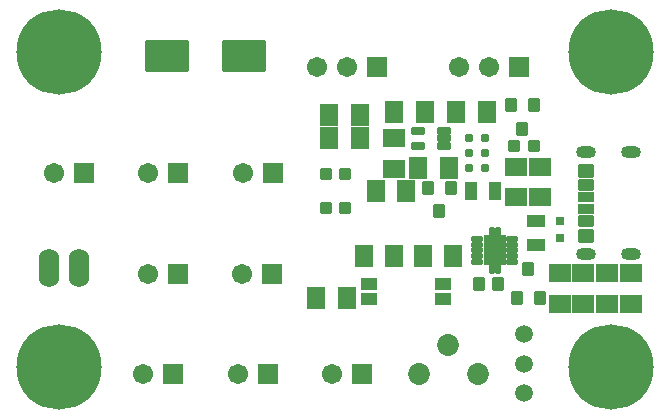
<source format=gbr>
%TF.GenerationSoftware,KiCad,Pcbnew,7.0.1*%
%TF.CreationDate,2023-03-31T01:00:54+09:00*%
%TF.ProjectId,USB_JST-XH_Converter,5553425f-4a53-4542-9d58-485f436f6e76,rev?*%
%TF.SameCoordinates,Original*%
%TF.FileFunction,Soldermask,Top*%
%TF.FilePolarity,Negative*%
%FSLAX46Y46*%
G04 Gerber Fmt 4.6, Leading zero omitted, Abs format (unit mm)*
G04 Created by KiCad (PCBNEW 7.0.1) date 2023-03-31 01:00:54*
%MOMM*%
%LPD*%
G01*
G04 APERTURE LIST*
G04 Aperture macros list*
%AMRoundRect*
0 Rectangle with rounded corners*
0 $1 Rounding radius*
0 $2 $3 $4 $5 $6 $7 $8 $9 X,Y pos of 4 corners*
0 Add a 4 corners polygon primitive as box body*
4,1,4,$2,$3,$4,$5,$6,$7,$8,$9,$2,$3,0*
0 Add four circle primitives for the rounded corners*
1,1,$1+$1,$2,$3*
1,1,$1+$1,$4,$5*
1,1,$1+$1,$6,$7*
1,1,$1+$1,$8,$9*
0 Add four rect primitives between the rounded corners*
20,1,$1+$1,$2,$3,$4,$5,0*
20,1,$1+$1,$4,$5,$6,$7,0*
20,1,$1+$1,$6,$7,$8,$9,0*
20,1,$1+$1,$8,$9,$2,$3,0*%
G04 Aperture macros list end*
%ADD10RoundRect,0.101600X-0.754000X-0.754000X0.754000X-0.754000X0.754000X0.754000X-0.754000X0.754000X0*%
%ADD11C,1.711200*%
%ADD12C,1.511200*%
%ADD13RoundRect,0.101600X-0.400000X0.400000X-0.400000X-0.400000X0.400000X-0.400000X0.400000X0.400000X0*%
%ADD14RoundRect,0.101600X-0.700000X-0.825000X0.700000X-0.825000X0.700000X0.825000X-0.700000X0.825000X0*%
%ADD15C,3.200000*%
%ADD16C,7.213600*%
%ADD17RoundRect,0.101600X0.825000X-0.700000X0.825000X0.700000X-0.825000X0.700000X-0.825000X-0.700000X0*%
%ADD18RoundRect,0.101600X-0.400000X-0.700000X0.400000X-0.700000X0.400000X0.700000X-0.400000X0.700000X0*%
%ADD19RoundRect,0.101600X-0.700000X0.400000X-0.700000X-0.400000X0.700000X-0.400000X0.700000X0.400000X0*%
%ADD20RoundRect,0.101600X-0.825000X0.700000X-0.825000X-0.700000X0.825000X-0.700000X0.825000X0.700000X0*%
%ADD21RoundRect,0.101600X0.700000X0.825000X-0.700000X0.825000X-0.700000X-0.825000X0.700000X-0.825000X0*%
%ADD22RoundRect,0.101600X-0.600000X-0.400000X0.600000X-0.400000X0.600000X0.400000X-0.600000X0.400000X0*%
%ADD23C,1.853200*%
%ADD24O,1.727200X3.251200*%
%ADD25RoundRect,0.101600X0.400000X-0.500000X0.400000X0.500000X-0.400000X0.500000X-0.400000X-0.500000X0*%
%ADD26RoundRect,0.101600X-0.250000X0.265000X-0.250000X-0.265000X0.250000X-0.265000X0.250000X0.265000X0*%
%ADD27RoundRect,0.101600X-0.240000X-0.200000X0.240000X-0.200000X0.240000X0.200000X-0.240000X0.200000X0*%
%ADD28RoundRect,0.101600X-0.475000X0.225000X-0.475000X-0.225000X0.475000X-0.225000X0.475000X0.225000X0*%
%ADD29RoundRect,0.101600X0.400000X0.500000X-0.400000X0.500000X-0.400000X-0.500000X0.400000X-0.500000X0*%
%ADD30RoundRect,0.101600X-1.750000X-1.250000X1.750000X-1.250000X1.750000X1.250000X-1.750000X1.250000X0*%
%ADD31RoundRect,0.101600X0.425000X0.140000X-0.425000X0.140000X-0.425000X-0.140000X0.425000X-0.140000X0*%
%ADD32RoundRect,0.101600X0.825000X1.200000X-0.825000X1.200000X-0.825000X-1.200000X0.825000X-1.200000X0*%
%ADD33RoundRect,0.101600X0.140000X0.350000X-0.140000X0.350000X-0.140000X-0.350000X0.140000X-0.350000X0*%
%ADD34RoundRect,0.101600X0.575000X0.350000X-0.575000X0.350000X-0.575000X-0.350000X0.575000X-0.350000X0*%
%ADD35RoundRect,0.101600X0.575000X0.400000X-0.575000X0.400000X-0.575000X-0.400000X0.575000X-0.400000X0*%
%ADD36RoundRect,0.101600X0.575000X0.450000X-0.575000X0.450000X-0.575000X-0.450000X0.575000X-0.450000X0*%
%ADD37O,1.700000X1.000000*%
%ADD38RoundRect,0.101600X0.400000X-0.400000X0.400000X0.400000X-0.400000X0.400000X-0.400000X-0.400000X0*%
G04 APERTURE END LIST*
D10*
%TO.C,PORT2*%
X135231100Y-101854000D03*
D11*
X132691100Y-101854000D03*
%TD*%
D10*
%TO.C,PORT3*%
X143256000Y-101854000D03*
D11*
X140716000Y-101854000D03*
%TD*%
D10*
%TO.C,PORT4*%
X135241100Y-110418600D03*
D11*
X132701100Y-110418600D03*
%TD*%
D10*
%TO.C,PORT5*%
X143231100Y-110448600D03*
D11*
X140691100Y-110448600D03*
%TD*%
D12*
%TO.C,SW1*%
X164571100Y-118018600D03*
X164571100Y-120518600D03*
X164571100Y-115518600D03*
%TD*%
D13*
%TO.C,SW2*%
X149421100Y-101928600D03*
X147771100Y-101928600D03*
%TD*%
D14*
%TO.C,R2*%
X148071100Y-96928600D03*
X150671100Y-96928600D03*
%TD*%
D15*
%TO.C,H1*%
X125131100Y-91628600D03*
D16*
X125131100Y-91628600D03*
%TD*%
D15*
%TO.C,H2*%
X125131100Y-118328600D03*
D16*
X125131100Y-118328600D03*
%TD*%
D15*
%TO.C,H3*%
X171871100Y-91628600D03*
D16*
X171871100Y-91628600D03*
%TD*%
D17*
%TO.C,R3*%
X163825000Y-103928600D03*
X163825000Y-101328600D03*
%TD*%
%TO.C,R4*%
X165875000Y-103928600D03*
X165875000Y-101328600D03*
%TD*%
D10*
%TO.C,SWITCH*%
X134841100Y-118928600D03*
D11*
X132301100Y-118928600D03*
%TD*%
D10*
%TO.C,CTRL*%
X142841100Y-118928600D03*
D11*
X140301100Y-118928600D03*
%TD*%
D10*
%TO.C,CTRLSP*%
X150841100Y-118928600D03*
D11*
X148301100Y-118928600D03*
%TD*%
D18*
%TO.C,C1*%
X160071100Y-103428600D03*
X162071100Y-103428600D03*
%TD*%
D19*
%TO.C,C2*%
X165571100Y-105928600D03*
X165571100Y-107928600D03*
%TD*%
D17*
%TO.C,R6*%
X173575000Y-112950000D03*
X173575000Y-110350000D03*
%TD*%
%TO.C,R7*%
X167571100Y-112928600D03*
X167571100Y-110328600D03*
%TD*%
D20*
%TO.C,R8*%
X153571100Y-98928600D03*
X153571100Y-101528600D03*
%TD*%
D14*
%TO.C,R9*%
X153571100Y-96728600D03*
X156171100Y-96728600D03*
%TD*%
D21*
%TO.C,R12*%
X153571100Y-108928600D03*
X150971100Y-108928600D03*
%TD*%
%TO.C,R13*%
X158571100Y-108928600D03*
X155971100Y-108928600D03*
%TD*%
D22*
%TO.C,U2*%
X151421100Y-111293600D03*
X151421100Y-112563600D03*
X157721100Y-112563600D03*
X157721100Y-111293600D03*
%TD*%
D23*
%TO.C,TP1*%
X158121100Y-116428600D03*
X155621100Y-118928600D03*
X160621100Y-118928600D03*
%TD*%
D21*
%TO.C,R5*%
X149571100Y-112428600D03*
X146971100Y-112428600D03*
%TD*%
D17*
%TO.C,R14*%
X169571100Y-112928600D03*
X169571100Y-110328600D03*
%TD*%
D24*
%TO.C,JP1*%
X126841100Y-109928600D03*
X124301100Y-109928600D03*
%TD*%
D25*
%TO.C,TR1*%
X163971100Y-112428600D03*
X164921100Y-110028600D03*
X165871100Y-112428600D03*
%TD*%
D26*
%TO.C,D2*%
X167571100Y-107363600D03*
X167571100Y-105893600D03*
%TD*%
D27*
%TO.C,D1*%
X161231100Y-101428600D03*
X159911100Y-101428600D03*
%TD*%
%TO.C,D3*%
X161210000Y-100175000D03*
X159890000Y-100175000D03*
%TD*%
%TO.C,D4*%
X161231100Y-98900000D03*
X159911100Y-98900000D03*
%TD*%
D28*
%TO.C,COMP1*%
X157771100Y-98278600D03*
X155571100Y-98278600D03*
X157771100Y-99578600D03*
X155571100Y-99578600D03*
X157771100Y-98928600D03*
%TD*%
D13*
%TO.C,POW1*%
X149421100Y-104800000D03*
X147771100Y-104800000D03*
%TD*%
D14*
%TO.C,R1*%
X148071100Y-98928600D03*
X150671100Y-98928600D03*
%TD*%
D10*
%TO.C,POWER*%
X152111100Y-92928600D03*
D11*
X149571100Y-92928600D03*
X147031100Y-92928600D03*
%TD*%
D29*
%TO.C,C3*%
X162371100Y-111228600D03*
X160771100Y-111228600D03*
%TD*%
D30*
%TO.C,C4*%
X134321100Y-91928600D03*
X140821100Y-91928600D03*
%TD*%
D31*
%TO.C,U1*%
X163546100Y-109428600D03*
X160596100Y-108928600D03*
X163546100Y-108928600D03*
D32*
X162071100Y-108428600D03*
D33*
X162321100Y-109978600D03*
X161821100Y-109978600D03*
X162321100Y-106878600D03*
X161821100Y-106878600D03*
D31*
X160596100Y-109428600D03*
X163546100Y-108428600D03*
X163546100Y-107928600D03*
X163546100Y-107428600D03*
X160596100Y-108428600D03*
X160596100Y-107928600D03*
X160596100Y-107428600D03*
%TD*%
D34*
%TO.C,USB1*%
X169771100Y-104928600D03*
D35*
X169771100Y-102908600D03*
D36*
X169771100Y-101678600D03*
D34*
X169771100Y-103928600D03*
D35*
X169771100Y-105948600D03*
D36*
X169771100Y-107178600D03*
D37*
X169771100Y-108748600D03*
X169771100Y-100108600D03*
X173571100Y-108748600D03*
X173571100Y-100108600D03*
%TD*%
D10*
%TO.C,PORT1*%
X127254000Y-101854000D03*
D11*
X124714000Y-101854000D03*
%TD*%
D15*
%TO.C,H4*%
X171871100Y-118328600D03*
D16*
X171871100Y-118328600D03*
%TD*%
D17*
%TO.C,R16*%
X171600000Y-112925000D03*
X171600000Y-110325000D03*
%TD*%
D14*
%TO.C,R18*%
X158775000Y-96700000D03*
X161375000Y-96700000D03*
%TD*%
D10*
%TO.C,THRU*%
X164111100Y-92928600D03*
D11*
X161571100Y-92928600D03*
X159031100Y-92928600D03*
%TD*%
D29*
%TO.C,FET2*%
X164400000Y-98150000D03*
X165350000Y-96150000D03*
X163450000Y-96150000D03*
%TD*%
D38*
%TO.C,LED1*%
X163700000Y-99600000D03*
X165350000Y-99600000D03*
%TD*%
D29*
%TO.C,FET1*%
X157371100Y-105128600D03*
X158321100Y-103128600D03*
X156421100Y-103128600D03*
%TD*%
D14*
%TO.C,R12*%
X155571100Y-101428600D03*
X158171100Y-101428600D03*
%TD*%
D21*
%TO.C,R13*%
X154571100Y-103428600D03*
X151971100Y-103428600D03*
%TD*%
M02*

</source>
